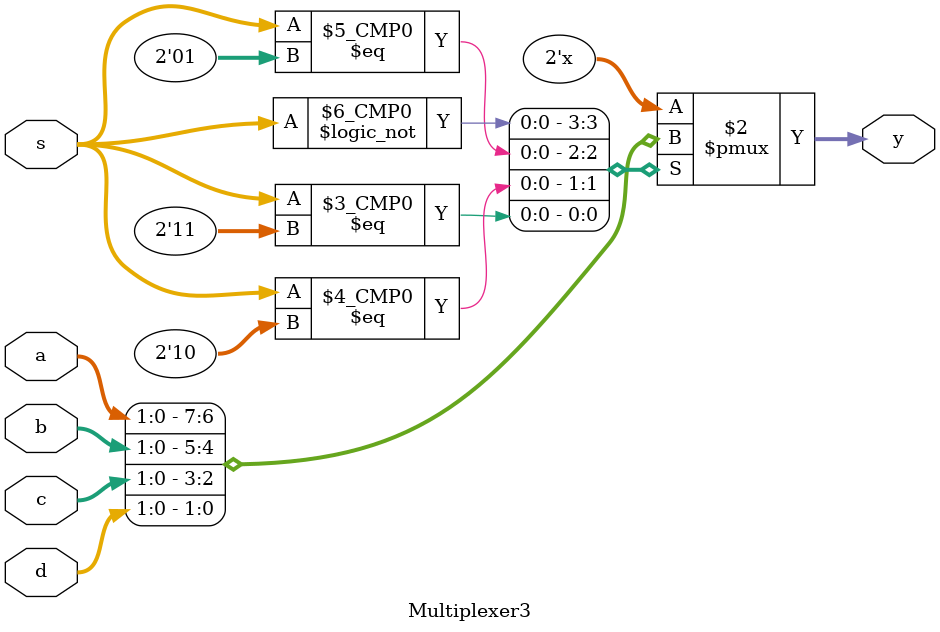
<source format=v>
`timescale 1ns / 1ps


module Multiplexer3(
    input [1:0]a,
    input [1:0]b,
    input [1:0]c,
    input [1:0]d,
    input [1:0]s,
    output reg [1:0]y
    );
    
    always@(*)
    begin
        case(s)
            2'b00 : y = a;
            2'b01 : y = b;
            2'b10 : y = c;
            2'b11 : y = d;
            default : y = 2'bx;
         endcase
    end
    
    

endmodule


</source>
